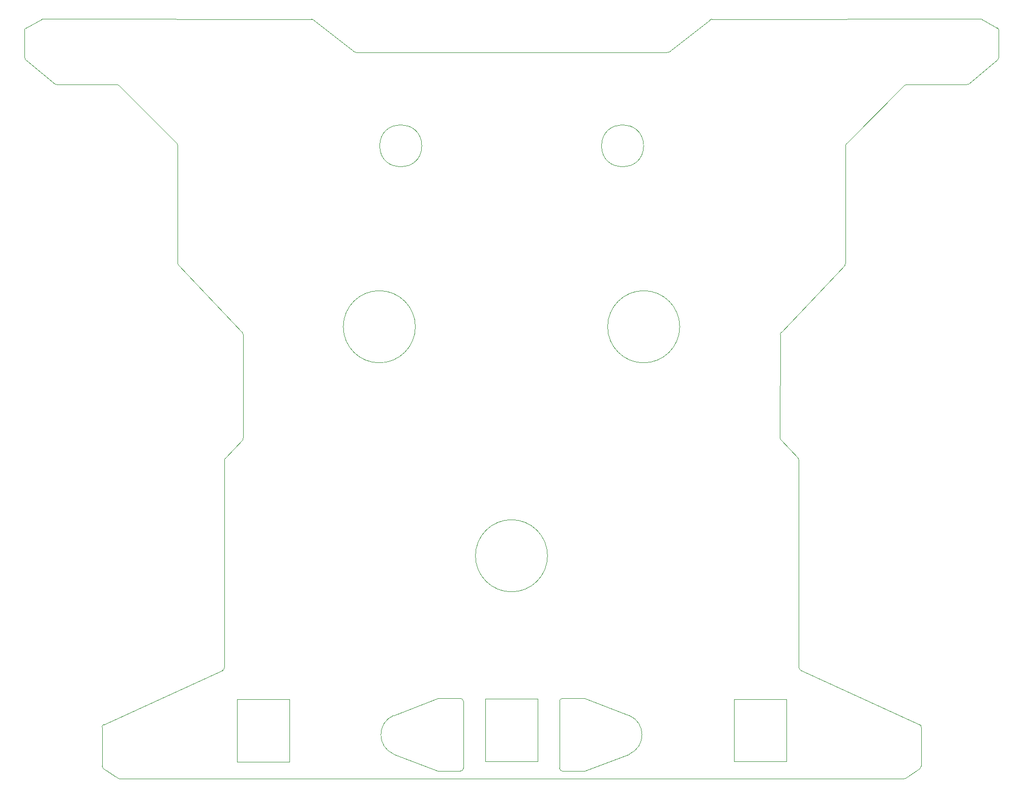
<source format=gm1>
G04 #@! TF.GenerationSoftware,KiCad,Pcbnew,8.0.2*
G04 #@! TF.CreationDate,2025-02-01T23:04:16-07:00*
G04 #@! TF.ProjectId,steering wheel v4,73746565-7269-46e6-9720-776865656c20,rev?*
G04 #@! TF.SameCoordinates,Original*
G04 #@! TF.FileFunction,Profile,NP*
%FSLAX46Y46*%
G04 Gerber Fmt 4.6, Leading zero omitted, Abs format (unit mm)*
G04 Created by KiCad (PCBNEW 8.0.2) date 2025-02-01 23:04:16*
%MOMM*%
%LPD*%
G01*
G04 APERTURE LIST*
G04 #@! TA.AperFunction,Profile*
%ADD10C,0.050000*%
G04 #@! TD*
G04 APERTURE END LIST*
D10*
X107099539Y-77676727D02*
G75*
G02*
X107237466Y-78019888I-361939J-344773D01*
G01*
X86703567Y-152000000D02*
X151950749Y-152000000D01*
X217283929Y-36659360D02*
G75*
G02*
X217637483Y-36512897I353571J-353540D01*
G01*
X143920000Y-150212213D02*
X143920000Y-139112213D01*
X207530881Y-46619515D02*
X207530881Y-66212395D01*
X220130376Y-143409315D02*
X220130376Y-149875055D01*
X70871122Y-27508192D02*
G75*
G02*
X71129709Y-27070355I499978J-8D01*
G01*
X229951494Y-25586435D02*
G75*
G02*
X230193245Y-25648571I306J-500165D01*
G01*
X200047760Y-133921369D02*
X219837992Y-142954457D01*
X207530881Y-46619515D02*
G75*
G02*
X207677336Y-46265971I499919J15D01*
G01*
X86703567Y-152000000D02*
G75*
G02*
X86425835Y-151915748I33J500000D01*
G01*
X73950004Y-25586435D02*
X118649121Y-25615301D01*
X178116046Y-31056909D02*
G75*
G02*
X177808203Y-31162912I-307846J394009D01*
G01*
X217475673Y-151915763D02*
G75*
G02*
X217197931Y-151999995I-277673J415563D01*
G01*
X220130376Y-149875055D02*
G75*
G02*
X219908133Y-150290841I-499976J-45D01*
G01*
X83771122Y-143409315D02*
G75*
G02*
X84063506Y-142954456I499978J15D01*
G01*
X227650423Y-36512913D02*
X217637483Y-36512913D01*
X196664015Y-78019888D02*
X196606046Y-95238786D01*
X139726800Y-138610000D02*
X143420300Y-138612214D01*
X139726800Y-150710000D02*
X143419700Y-150712213D01*
X219908118Y-150290819D02*
X217475673Y-151915763D01*
X196664015Y-78019888D02*
G75*
G02*
X196801936Y-77676705I500185J-1712D01*
G01*
X232771798Y-27070339D02*
G75*
G02*
X233030359Y-27508192I-241298J-437761D01*
G01*
X207530881Y-66212395D02*
G75*
G02*
X207392933Y-66557238I-499981J-5D01*
G01*
X83993380Y-150290819D02*
X86425825Y-151915763D01*
X160409700Y-150717786D02*
G75*
G02*
X159910014Y-150217787I300J499986D01*
G01*
X160409700Y-150717786D02*
X164103200Y-150720000D01*
X232771798Y-27070339D02*
X230193239Y-25648582D01*
X159910000Y-139117787D02*
G75*
G02*
X160410300Y-138617800I500000J-13D01*
G01*
X104146122Y-133466511D02*
G75*
G02*
X103853739Y-133921371I-500022J11D01*
G01*
X107237483Y-78019888D02*
X107295452Y-95238786D01*
X199755376Y-98986067D02*
X199755376Y-133466511D01*
X126093295Y-31162913D02*
G75*
G02*
X125785452Y-31056909I5J500013D01*
G01*
X229951494Y-25586435D02*
X185252377Y-25615301D01*
X173910749Y-46693917D02*
G75*
G02*
X166910749Y-46693917I-3500000J0D01*
G01*
X166910749Y-46693917D02*
G75*
G02*
X173910749Y-46693917I3500000J0D01*
G01*
X184944857Y-25721305D02*
G75*
G02*
X185252377Y-25615301I307843J-393995D01*
G01*
X73708259Y-25648582D02*
G75*
G02*
X73950004Y-25586445I241341J-437618D01*
G01*
X96508564Y-66557239D02*
X107099539Y-77676727D01*
X196741784Y-95582982D02*
G75*
G02*
X196606056Y-95238786I364216J342482D01*
G01*
X104146122Y-98986067D02*
X104146122Y-133466511D01*
X76251075Y-36512913D02*
X86264015Y-36512913D01*
X227969055Y-36398236D02*
G75*
G02*
X227650423Y-36512925I-318655J385336D01*
G01*
X83771122Y-143409315D02*
X83771122Y-149875055D01*
X96224171Y-46265962D02*
G75*
G02*
X96370643Y-46619515I-353671J-353638D01*
G01*
X71052490Y-32362890D02*
X75932443Y-36398236D01*
X157921122Y-114887913D02*
G75*
G02*
X145921122Y-114887913I-6000000J0D01*
G01*
X145921122Y-114887913D02*
G75*
G02*
X157921122Y-114887913I6000000J0D01*
G01*
X233030376Y-31977568D02*
G75*
G02*
X232848995Y-32362875I-499876J-32D01*
G01*
X86617569Y-36659360D02*
X96224171Y-46265962D01*
X83993380Y-150290819D02*
G75*
G02*
X83771149Y-149875055I277720J415719D01*
G01*
X76251075Y-36512913D02*
G75*
G02*
X75932451Y-36398226I25J500013D01*
G01*
X104281862Y-98643554D02*
X107159714Y-95582982D01*
X132286800Y-147869999D02*
G75*
G02*
X132286800Y-141450001I1400000J3209999D01*
G01*
X71129700Y-27070339D02*
X73708259Y-25648582D01*
X160410300Y-138617787D02*
X164103200Y-138620000D01*
X200047760Y-133921369D02*
G75*
G02*
X199755380Y-133466511I207640J454869D01*
G01*
X232849008Y-32362890D02*
X227969055Y-36398236D01*
X136990749Y-46693917D02*
G75*
G02*
X129990749Y-46693917I-3500000J0D01*
G01*
X129990749Y-46693917D02*
G75*
G02*
X136990749Y-46693917I3500000J0D01*
G01*
X217197931Y-152000000D02*
X151950749Y-152000000D01*
X164103200Y-150720000D02*
X171543200Y-147880000D01*
X70871122Y-31977568D02*
X70871122Y-27508192D01*
X151950749Y-31162913D02*
X177808203Y-31162913D01*
X159910000Y-150217787D02*
X159910000Y-139117787D01*
X135921122Y-76787913D02*
G75*
G02*
X123921122Y-76787913I-6000000J0D01*
G01*
X123921122Y-76787913D02*
G75*
G02*
X135921122Y-76787913I6000000J0D01*
G01*
X96508564Y-66557239D02*
G75*
G02*
X96370616Y-66212395I362036J344839D01*
G01*
X151950749Y-31162913D02*
X126093295Y-31162913D01*
X107295452Y-95238786D02*
G75*
G02*
X107159721Y-95582988I-499952J-1714D01*
G01*
X104146122Y-98986067D02*
G75*
G02*
X104281883Y-98643574I499978J-33D01*
G01*
X207392934Y-66557239D02*
X196801959Y-77676727D01*
X143920000Y-150212213D02*
G75*
G02*
X143419700Y-150712200I-500000J13D01*
G01*
X96370617Y-46619515D02*
X96370617Y-66212395D01*
X118649121Y-25615301D02*
G75*
G02*
X118956642Y-25721304I-321J-499999D01*
G01*
X118956641Y-25721305D02*
X125785452Y-31056909D01*
X233030376Y-31977568D02*
X233030376Y-27508192D01*
X199619636Y-98643554D02*
X196741784Y-95582982D01*
X143420300Y-138612214D02*
G75*
G02*
X143919986Y-139112213I-300J-499986D01*
G01*
X139726800Y-150710000D02*
X132286800Y-147870000D01*
X171543200Y-141460001D02*
G75*
G02*
X171543200Y-147879999I-1400000J-3209999D01*
G01*
X164103200Y-138620000D02*
X171543200Y-141460000D01*
X217283929Y-36659360D02*
X207677327Y-46265962D01*
X139726800Y-138610000D02*
X132286800Y-141450000D01*
X179921122Y-76787913D02*
G75*
G02*
X167921122Y-76787913I-6000000J0D01*
G01*
X167921122Y-76787913D02*
G75*
G02*
X179921122Y-76787913I6000000J0D01*
G01*
X71052490Y-32362890D02*
G75*
G02*
X70871098Y-31977568I318710J385390D01*
G01*
X103853738Y-133921369D02*
X84063506Y-142954457D01*
X184944857Y-25721305D02*
X178116046Y-31056909D01*
X219837992Y-142954457D02*
G75*
G02*
X220130377Y-143409315I-207592J-454843D01*
G01*
X86264015Y-36512913D02*
G75*
G02*
X86617559Y-36659370I-15J-499987D01*
G01*
X199619636Y-98643554D02*
G75*
G02*
X199755406Y-98986067I-364236J-342546D01*
G01*
X197646122Y-149087913D02*
X188946122Y-149087913D01*
X188946122Y-138737913D01*
X197646122Y-138737913D01*
X197646122Y-149087913D01*
X156296122Y-149062913D02*
X147596122Y-149062913D01*
X147596122Y-138712913D01*
X156296122Y-138712913D01*
X156296122Y-149062913D01*
X114946122Y-149137913D02*
X106246122Y-149137913D01*
X106246122Y-138787913D01*
X114946122Y-138787913D01*
X114946122Y-149137913D01*
M02*

</source>
